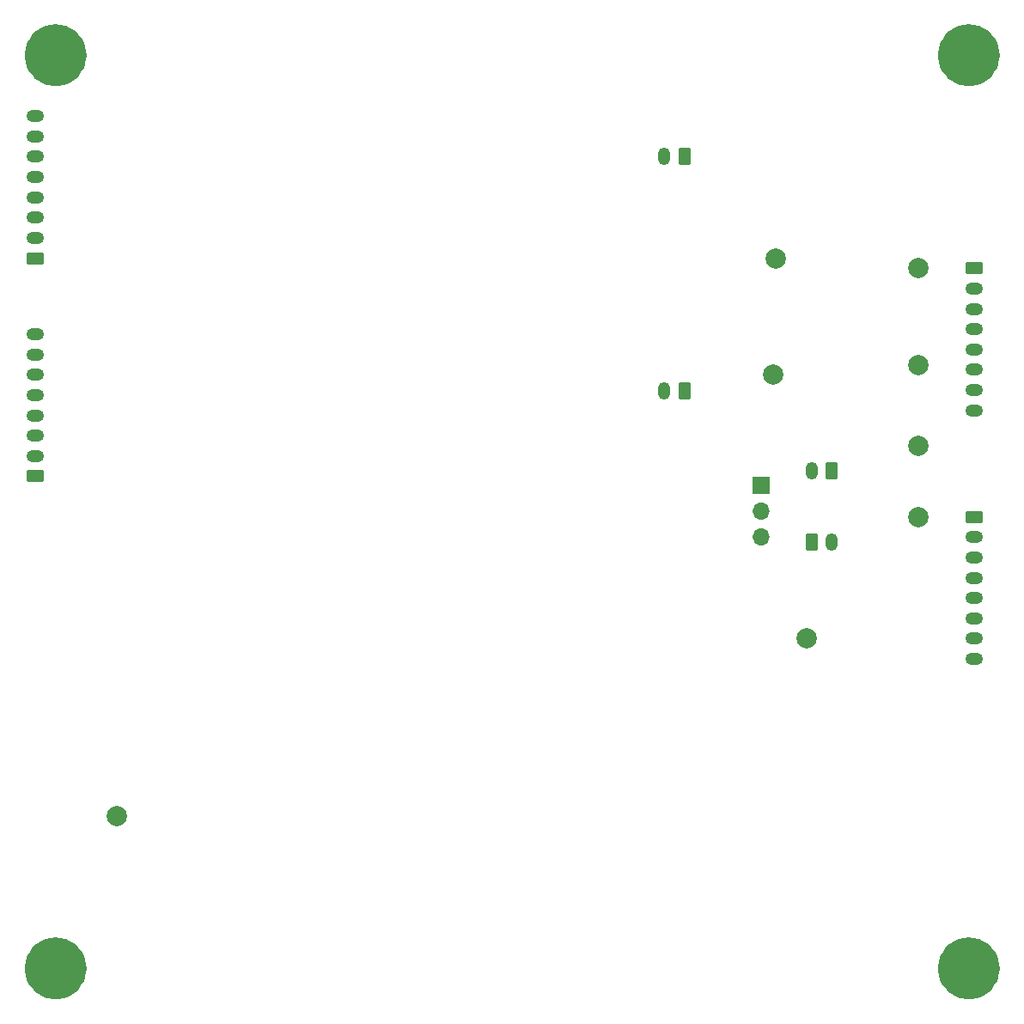
<source format=gbr>
%TF.GenerationSoftware,KiCad,Pcbnew,7.0.2*%
%TF.CreationDate,2023-05-29T18:08:28-04:00*%
%TF.ProjectId,amplifier,616d706c-6966-4696-9572-2e6b69636164,rev?*%
%TF.SameCoordinates,Original*%
%TF.FileFunction,Soldermask,Bot*%
%TF.FilePolarity,Negative*%
%FSLAX46Y46*%
G04 Gerber Fmt 4.6, Leading zero omitted, Abs format (unit mm)*
G04 Created by KiCad (PCBNEW 7.0.2) date 2023-05-29 18:08:28*
%MOMM*%
%LPD*%
G01*
G04 APERTURE LIST*
G04 Aperture macros list*
%AMRoundRect*
0 Rectangle with rounded corners*
0 $1 Rounding radius*
0 $2 $3 $4 $5 $6 $7 $8 $9 X,Y pos of 4 corners*
0 Add a 4 corners polygon primitive as box body*
4,1,4,$2,$3,$4,$5,$6,$7,$8,$9,$2,$3,0*
0 Add four circle primitives for the rounded corners*
1,1,$1+$1,$2,$3*
1,1,$1+$1,$4,$5*
1,1,$1+$1,$6,$7*
1,1,$1+$1,$8,$9*
0 Add four rect primitives between the rounded corners*
20,1,$1+$1,$2,$3,$4,$5,0*
20,1,$1+$1,$4,$5,$6,$7,0*
20,1,$1+$1,$6,$7,$8,$9,0*
20,1,$1+$1,$8,$9,$2,$3,0*%
G04 Aperture macros list end*
%ADD10C,3.075000*%
%ADD11RoundRect,0.250000X0.350000X0.625000X-0.350000X0.625000X-0.350000X-0.625000X0.350000X-0.625000X0*%
%ADD12O,1.200000X1.750000*%
%ADD13RoundRect,0.250000X-0.625000X0.350000X-0.625000X-0.350000X0.625000X-0.350000X0.625000X0.350000X0*%
%ADD14O,1.750000X1.200000*%
%ADD15RoundRect,0.250000X0.625000X-0.350000X0.625000X0.350000X-0.625000X0.350000X-0.625000X-0.350000X0*%
%ADD16C,2.000000*%
%ADD17R,1.700000X1.700000*%
%ADD18O,1.700000X1.700000*%
%ADD19RoundRect,0.250000X-0.350000X-0.625000X0.350000X-0.625000X0.350000X0.625000X-0.350000X0.625000X0*%
G04 APERTURE END LIST*
D10*
X106537500Y-55000000D02*
G75*
G03*
X106537500Y-55000000I-1537500J0D01*
G01*
X196537500Y-55000000D02*
G75*
G03*
X196537500Y-55000000I-1537500J0D01*
G01*
X106537500Y-145000000D02*
G75*
G03*
X106537500Y-145000000I-1537500J0D01*
G01*
X196537500Y-145000000D02*
G75*
G03*
X196537500Y-145000000I-1537500J0D01*
G01*
D11*
%TO.C,J5*%
X167000000Y-65000000D03*
D12*
X165000000Y-65000000D03*
%TD*%
D13*
%TO.C,J4*%
X195500000Y-100500000D03*
D14*
X195500000Y-102500000D03*
X195500000Y-104500000D03*
X195500000Y-106500000D03*
X195500000Y-108500000D03*
X195500000Y-110500000D03*
X195500000Y-112500000D03*
X195500000Y-114500000D03*
%TD*%
D13*
%TO.C,J7*%
X195500000Y-76000000D03*
D14*
X195500000Y-78000000D03*
X195500000Y-80000000D03*
X195500000Y-82000000D03*
X195500000Y-84000000D03*
X195500000Y-86000000D03*
X195500000Y-88000000D03*
X195500000Y-90000000D03*
%TD*%
D15*
%TO.C,J1*%
X103000000Y-75000000D03*
D14*
X103000000Y-73000000D03*
X103000000Y-71000000D03*
X103000000Y-69000000D03*
X103000000Y-67000000D03*
X103000000Y-65000000D03*
X103000000Y-63000000D03*
X103000000Y-61000000D03*
%TD*%
D16*
%TO.C,TP5*%
X179000000Y-112500000D03*
%TD*%
D11*
%TO.C,J6*%
X167000000Y-88050000D03*
D12*
X165000000Y-88050000D03*
%TD*%
D16*
%TO.C,TP1*%
X176000000Y-75000000D03*
%TD*%
%TO.C,TP8*%
X111000000Y-130000000D03*
%TD*%
%TO.C,TP2*%
X190000000Y-76000000D03*
%TD*%
%TO.C,TP4*%
X190000000Y-85500000D03*
%TD*%
%TO.C,TP3*%
X175700000Y-86500000D03*
%TD*%
%TO.C,TP7*%
X190000000Y-100500000D03*
%TD*%
D17*
%TO.C,J3*%
X174500000Y-97370000D03*
D18*
X174500000Y-99910000D03*
X174500000Y-102450000D03*
%TD*%
D16*
%TO.C,TP6*%
X190000000Y-93500000D03*
%TD*%
D15*
%TO.C,J2*%
X103000000Y-96500000D03*
D14*
X103000000Y-94500000D03*
X103000000Y-92500000D03*
X103000000Y-90500000D03*
X103000000Y-88500000D03*
X103000000Y-86500000D03*
X103000000Y-84500000D03*
X103000000Y-82500000D03*
%TD*%
D11*
%TO.C,BT1*%
X181500000Y-95950000D03*
D12*
X179500000Y-95950000D03*
%TD*%
D19*
%TO.C,BT2*%
X179500000Y-103000000D03*
D12*
X181500000Y-103000000D03*
%TD*%
M02*

</source>
